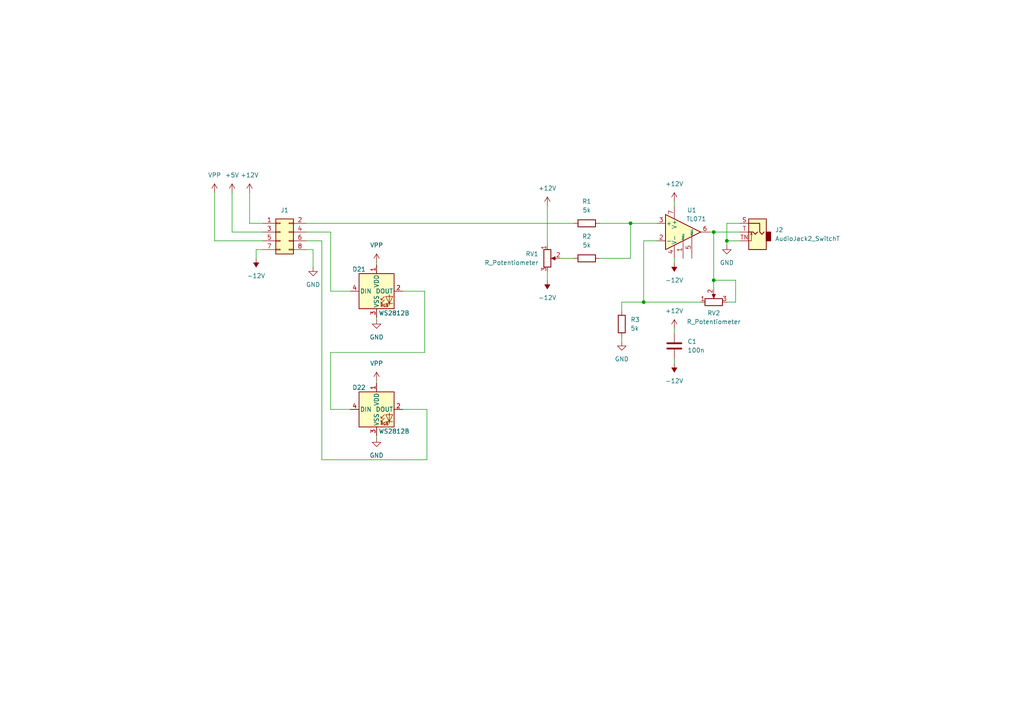
<source format=kicad_sch>
(kicad_sch (version 20211123) (generator eeschema)
  (paper "A4")
  (lib_symbols
    (symbol "Amplifier_Operational:TL071" (pin_names (offset 0.127))
      (property "Reference" "U" (at 0 6.35 0))
      (property "Value" "TL071" (at 0 3.81 0))
      (symbol "TL071_0_1"
        (polyline (pts (xy -5.08 5.08) (xy 5.08 0) (xy -5.08 -5.08) (xy -5.08 5.08)) (stroke (width 0.254)) (fill (type background)))
      )
      (symbol "TL071_1_1"
        (pin input line (at 0 -7.62 90) (length 5.08) (name "NULL") (number "1"))
        (pin input line (at -7.62 -2.54 0) (length 2.54) (name "-") (number "2"))
        (pin input line (at -7.62 2.54 0) (length 2.54) (name "+") (number "3"))
        (pin power_in line (at -2.54 -7.62 90) (length 3.81) (name "V-") (number "4"))
        (pin input line (at 2.54 -7.62 90) (length 6.35) (name "NULL") (number "5"))
        (pin output line (at 7.62 0 180) (length 2.54) (name "~") (number "6"))
        (pin power_in line (at -2.54 7.62 270) (length 3.81) (name "V+") (number "7"))
        (pin no_connect line (at 0 2.54 270) (length 2.54) hide (name "NC") (number "8"))
      )
    )
    (symbol "Connector:AudioJack2_SwitchT"
      (property "Reference" "J" (at 0 8.89 0))
      (property "Value" "AudioJack2_SwitchT" (at 0 6.35 0))
      (symbol "AudioJack2_SwitchT_0_1"
        (rectangle (start -2.54 0) (end -3.81 -2.54) (stroke (width 0.254)) (fill (type outline)))
        (polyline (pts (xy 1.778 -0.254) (xy 2.032 -0.762)))
        (polyline (pts (xy 0 0) (xy 0.635 -0.635) (xy 1.27 0) (xy 2.54 0)) (stroke (width 0.254)))
        (polyline (pts (xy 2.54 -2.54) (xy 1.778 -2.54) (xy 1.778 -0.254) (xy 1.524 -0.762)))
        (polyline (pts (xy 2.54 2.54) (xy -0.635 2.54) (xy -0.635 0) (xy -1.27 -0.635) (xy -1.905 0)) (stroke (width 0.254)))
        (rectangle (start 2.54 3.81) (end -2.54 -5.08) (stroke (width 0.254)) (fill (type background)))
      )
      (symbol "AudioJack2_SwitchT_1_1"
        (pin passive line (at 5.08 2.54 180) (length 2.54) (name "~") (number "S"))
        (pin passive line (at 5.08 0 180) (length 2.54) (name "~") (number "T"))
        (pin passive line (at 5.08 -2.54 180) (length 2.54) (name "~") (number "TN"))
      )
    )
    (symbol "Connector_Generic:Conn_02x04_Odd_Even" (pin_names (offset 1.016) hide)
      (property "Reference" "J" (at 1.27 5.08 0))
      (property "Value" "Conn_02x04_Odd_Even" (at 1.27 -7.62 0))
      (symbol "Conn_02x04_Odd_Even_1_1"
        (rectangle (start -1.27 -4.953) (end 0 -5.207) (stroke (width 0.1524)))
        (rectangle (start -1.27 -2.413) (end 0 -2.667) (stroke (width 0.1524)))
        (rectangle (start -1.27 0.127) (end 0 -0.127) (stroke (width 0.1524)))
        (rectangle (start -1.27 2.667) (end 0 2.413) (stroke (width 0.1524)))
        (rectangle (start -1.27 3.81) (end 3.81 -6.35) (stroke (width 0.254)) (fill (type background)))
        (rectangle (start 3.81 -4.953) (end 2.54 -5.207) (stroke (width 0.1524)))
        (rectangle (start 3.81 -2.413) (end 2.54 -2.667) (stroke (width 0.1524)))
        (rectangle (start 3.81 0.127) (end 2.54 -0.127) (stroke (width 0.1524)))
        (rectangle (start 3.81 2.667) (end 2.54 2.413) (stroke (width 0.1524)))
        (pin passive line (at -5.08 2.54 0) (length 3.81) (name "Pin_1") (number "1"))
        (pin passive line (at 7.62 2.54 180) (length 3.81) (name "Pin_2") (number "2"))
        (pin passive line (at -5.08 0 0) (length 3.81) (name "Pin_3") (number "3"))
        (pin passive line (at 7.62 0 180) (length 3.81) (name "Pin_4") (number "4"))
        (pin passive line (at -5.08 -2.54 0) (length 3.81) (name "Pin_5") (number "5"))
        (pin passive line (at 7.62 -2.54 180) (length 3.81) (name "Pin_6") (number "6"))
        (pin passive line (at -5.08 -5.08 0) (length 3.81) (name "Pin_7") (number "7"))
        (pin passive line (at 7.62 -5.08 180) (length 3.81) (name "Pin_8") (number "8"))
      )
    )
    (symbol "Device:C" (pin_numbers hide) (pin_names (offset 0.254))
      (property "Reference" "C" (at 0.635 2.54 0))
      (property "Value" "C" (at 0.635 -2.54 0))
      (symbol "C_0_1"
        (polyline (pts (xy -2.032 -0.762) (xy 2.032 -0.762)) (stroke (width 0.508)))
        (polyline (pts (xy -2.032 0.762) (xy 2.032 0.762)) (stroke (width 0.508)))
      )
      (symbol "C_1_1"
        (pin passive line (at 0 3.81 270) (length 2.794) (name "~") (number "1"))
        (pin passive line (at 0 -3.81 90) (length 2.794) (name "~") (number "2"))
      )
    )
    (symbol "Device:R" (pin_numbers hide) (pin_names (offset 0))
      (property "Reference" "R" (at 2.032 0 90))
      (property "Value" "R" (at 0 0 90))
      (symbol "R_0_1"
        (rectangle (start -1.016 -2.54) (end 1.016 2.54) (stroke (width 0.254)))
      )
      (symbol "R_1_1"
        (pin passive line (at 0 3.81 270) (length 1.27) (name "~") (number "1"))
        (pin passive line (at 0 -3.81 90) (length 1.27) (name "~") (number "2"))
      )
    )
    (symbol "Device:R_Potentiometer" (pin_names (offset 1.016) hide)
      (property "Reference" "RV" (at -4.445 0 90))
      (property "Value" "R_Potentiometer" (at -2.54 0 90))
      (symbol "R_Potentiometer_0_1"
        (polyline (pts (xy 2.54 0) (xy 1.524 0)))
        (polyline (pts (xy 1.143 0) (xy 2.286 0.508) (xy 2.286 -0.508) (xy 1.143 0)) (fill (type outline)))
        (rectangle (start 1.016 2.54) (end -1.016 -2.54) (stroke (width 0.254)))
      )
      (symbol "R_Potentiometer_1_1"
        (pin passive line (at 0 3.81 270) (length 1.27) (name "1") (number "1"))
        (pin passive line (at 3.81 0 180) (length 1.27) (name "2") (number "2"))
        (pin passive line (at 0 -3.81 90) (length 1.27) (name "3") (number "3"))
      )
    )
    (symbol "LED:WS2812B" (pin_names (offset 0.254))
      (property "Reference" "D" (at 5.08 5.715 0))
      (property "Value" "WS2812B" (at 1.27 -5.715 0))
      (symbol "WS2812B_0_0"
        (text "RGB" (at 2.286 -4.191 0) (effects (font (size 0.762 0.762))))
      )
      (symbol "WS2812B_0_1"
        (polyline (pts (xy 1.27 -3.556) (xy 1.778 -3.556)))
        (polyline (pts (xy 1.27 -2.54) (xy 1.778 -2.54)))
        (polyline (pts (xy 4.699 -3.556) (xy 2.667 -3.556)))
        (polyline (pts (xy 2.286 -2.54) (xy 1.27 -3.556) (xy 1.27 -3.048)))
        (polyline (pts (xy 2.286 -1.524) (xy 1.27 -2.54) (xy 1.27 -2.032)))
        (polyline (pts (xy 3.683 -1.016) (xy 3.683 -3.556) (xy 3.683 -4.064)))
        (polyline (pts (xy 4.699 -1.524) (xy 2.667 -1.524) (xy 3.683 -3.556) (xy 4.699 -1.524)))
        (rectangle (start 5.08 5.08) (end -5.08 -5.08) (stroke (width 0.254)) (fill (type background)))
      )
      (symbol "WS2812B_1_1"
        (pin power_in line (at 0 7.62 270) (length 2.54) (name "VDD") (number "1"))
        (pin output line (at 7.62 0 180) (length 2.54) (name "DOUT") (number "2"))
        (pin power_in line (at 0 -7.62 90) (length 2.54) (name "VSS") (number "3"))
        (pin input line (at -7.62 0 0) (length 2.54) (name "DIN") (number "4"))
      )
    )
    (symbol "power:+12V" (power) (pin_names (offset 0))
      (property "Value" "+12V" (at 0 3.556 0))
      (symbol "+12V_0_1"
        (polyline (pts (xy -0.762 1.27) (xy 0 2.54)))
        (polyline (pts (xy 0 0) (xy 0 2.54)))
        (polyline (pts (xy 0 2.54) (xy 0.762 1.27)))
      )
      (symbol "+12V_1_1"
        (pin power_in line (at 0 0 90) (length 0) hide (name "+12V") (number "1"))
      )
    )
    (symbol "power:+5V" (power) (pin_names (offset 0))
      (property "Value" "+5V" (at 0 3.556 0))
      (symbol "+5V_0_1"
        (polyline (pts (xy -0.762 1.27) (xy 0 2.54)))
        (polyline (pts (xy 0 0) (xy 0 2.54)))
        (polyline (pts (xy 0 2.54) (xy 0.762 1.27)))
      )
      (symbol "+5V_1_1"
        (pin power_in line (at 0 0 90) (length 0) hide (name "+5V") (number "1"))
      )
    )
    (symbol "power:-12V" (power) (pin_names (offset 0))
      (property "Value" "-12V" (at 0 3.81 0))
      (symbol "-12V_0_0"
        (pin power_in line (at 0 0 90) (length 0) hide (name "-12V") (number "1"))
      )
      (symbol "-12V_0_1"
        (polyline (pts (xy 0 0) (xy 0 1.27) (xy 0.762 1.27) (xy 0 2.54) (xy -0.762 1.27) (xy 0 1.27)) (fill (type outline)))
      )
    )
    (symbol "power:GND" (power) (pin_names (offset 0))
      (property "Value" "GND" (at 0 -3.81 0))
      (symbol "GND_0_1"
        (polyline (pts (xy 0 0) (xy 0 -1.27) (xy 1.27 -1.27) (xy 0 -2.54) (xy -1.27 -1.27) (xy 0 -1.27)))
      )
      (symbol "GND_1_1"
        (pin power_in line (at 0 0 270) (length 0) hide (name "GND") (number "1"))
      )
    )
    (symbol "power:VPP" (power) (pin_names (offset 0))
      (property "Value" "VPP" (at 0 3.81 0))
      (symbol "VPP_0_1"
        (polyline (pts (xy -0.762 1.27) (xy 0 2.54)))
        (polyline (pts (xy 0 0) (xy 0 2.54)))
        (polyline (pts (xy 0 2.54) (xy 0.762 1.27)))
      )
      (symbol "VPP_1_1"
        (pin power_in line (at 0 0 90) (length 0) hide (name "VPP") (number "1"))
      )
    )
  )
  (junction (at 186.69 87.63))
  (junction (at 210.82 69.85))
  (junction (at 207.01 67.31))
  (junction (at 207.01 81.28))
  (junction (at 182.88 64.77))
  (wire (pts (xy 95.885 84.455) (xy 101.6 84.455)))
  (wire (pts (xy 186.69 69.85) (xy 190.5 69.85)))
  (wire (pts (xy 95.885 102.235) (xy 95.885 118.745)))
  (wire (pts (xy 95.885 67.31) (xy 95.885 84.455)))
  (wire (pts (xy 88.9 72.39) (xy 90.805 72.39)))
  (wire (pts (xy 116.84 84.455) (xy 123.19 84.455)))
  (wire (pts (xy 93.345 69.85) (xy 88.9 69.85)))
  (wire (pts (xy 186.69 87.63) (xy 203.2 87.63)))
  (wire (pts (xy 173.99 74.93) (xy 182.88 74.93)))
  (wire (pts (xy 109.22 127) (xy 109.22 126.365)))
  (wire (pts (xy 90.805 72.39) (xy 90.805 77.47)))
  (wire (pts (xy 214.63 64.77) (xy 210.82 64.77)))
  (wire (pts (xy 210.82 87.63) (xy 213.36 87.63)))
  (wire (pts (xy 67.31 55.88) (xy 67.31 67.31)))
  (wire (pts (xy 213.36 87.63) (xy 213.36 81.28)))
  (wire (pts (xy 123.19 84.455) (xy 123.19 102.235)))
  (wire (pts (xy 207.01 83.82) (xy 207.01 81.28)))
  (wire (pts (xy 109.22 76.2) (xy 109.22 76.835)))
  (wire (pts (xy 158.75 59.69) (xy 158.75 71.12)))
  (wire (pts (xy 95.885 118.745) (xy 101.6 118.745)))
  (wire (pts (xy 116.84 118.745) (xy 123.825 118.745)))
  (wire (pts (xy 109.22 92.71) (xy 109.22 92.075)))
  (wire (pts (xy 173.99 64.77) (xy 182.88 64.77)))
  (wire (pts (xy 67.31 67.31) (xy 76.2 67.31)))
  (wire (pts (xy 182.88 74.93) (xy 182.88 64.77)))
  (wire (pts (xy 93.345 133.35) (xy 93.345 69.85)))
  (wire (pts (xy 195.58 96.52) (xy 195.58 95.25)))
  (wire (pts (xy 123.19 102.235) (xy 95.885 102.235)))
  (wire (pts (xy 109.22 110.49) (xy 109.22 111.125)))
  (wire (pts (xy 207.01 81.28) (xy 207.01 67.31)))
  (wire (pts (xy 213.36 81.28) (xy 207.01 81.28)))
  (wire (pts (xy 205.74 67.31) (xy 207.01 67.31)))
  (wire (pts (xy 76.2 69.85) (xy 62.23 69.85)))
  (wire (pts (xy 88.9 67.31) (xy 95.885 67.31)))
  (wire (pts (xy 186.69 87.63) (xy 186.69 69.85)))
  (wire (pts (xy 74.295 72.39) (xy 74.295 74.93)))
  (wire (pts (xy 180.34 97.79) (xy 180.34 99.06)))
  (wire (pts (xy 88.9 64.77) (xy 166.37 64.77)))
  (wire (pts (xy 207.01 67.31) (xy 214.63 67.31)))
  (wire (pts (xy 195.58 104.14) (xy 195.58 105.41)))
  (wire (pts (xy 210.82 69.85) (xy 210.82 71.12)))
  (wire (pts (xy 195.58 74.93) (xy 195.58 76.2)))
  (wire (pts (xy 195.58 58.42) (xy 195.58 59.69)))
  (wire (pts (xy 180.34 90.17) (xy 180.34 87.63)))
  (wire (pts (xy 62.23 69.85) (xy 62.23 55.88)))
  (wire (pts (xy 162.56 74.93) (xy 166.37 74.93)))
  (wire (pts (xy 182.88 64.77) (xy 190.5 64.77)))
  (wire (pts (xy 123.825 133.35) (xy 93.345 133.35)))
  (wire (pts (xy 72.39 55.88) (xy 72.39 64.77)))
  (wire (pts (xy 210.82 69.85) (xy 214.63 69.85)))
  (wire (pts (xy 186.69 87.63) (xy 180.34 87.63)))
  (wire (pts (xy 123.825 118.745) (xy 123.825 133.35)))
  (wire (pts (xy 76.2 64.77) (xy 72.39 64.77)))
  (wire (pts (xy 158.75 78.74) (xy 158.75 81.28)))
  (wire (pts (xy 210.82 64.77) (xy 210.82 69.85)))
  (wire (pts (xy 76.2 72.39) (xy 74.295 72.39)))
  (symbol (lib_id "power:GND") (at 210.82 71.12 0) (unit 1)
    (property "Reference" "#PWR013" (effects hide))
    (property "Value" "GND" (at 210.82 76.2 0))
  )
  (symbol (lib_id "power:GND") (at 90.805 77.47 0) (mirror y) (unit 1)
    (property "Reference" "#PWR04" (effects hide))
    (property "Value" "GND" (at 90.805 82.55 0))
  )
  (symbol (lib_id "Device:R_Potentiometer") (at 158.75 74.93 0) (unit 1)
    (property "Reference" "RV1" (at 156.21 73.6599 0) (effects (justify right)))
    (property "Value" "R_Potentiometer" (at 156.21 76.1999 0) (effects (justify right)))
    (property "Footprint" "Potentiometer_THT:Potentiometer_Alpha_RD901F-40-00D_Single_Vertical_CircularHoles" (effects hide))
  )
  (symbol (lib_id "Amplifier_Operational:TL071") (at 198.12 67.31 0) (unit 1)
    (property "Reference" "U1" (at 200.66 60.96 0))
    (property "Value" "TL071" (at 201.93 63.5 0))
    (property "Footprint" "Package_SO:SOIC-8_3.9x4.9mm_P1.27mm" (effects hide))
    (property "Datasheet" "http://www.ti.com/lit/ds/symlink/tl071.pdf" (effects hide))
  )
  (symbol (lib_id "power:+5V") (at 67.31 55.88 0) (mirror y) (unit 1)
    (property "Reference" "#PWR03" (effects hide))
    (property "Value" "+5V" (at 67.31 50.8 0))
  )
  (symbol (lib_id "Device:R_Potentiometer") (at 207.01 87.63 90) (unit 1)
    (property "Reference" "RV2" (at 207.01 90.805 90))
    (property "Value" "R_Potentiometer" (at 207.01 93.345 90))
    (property "Footprint" "Potentiometer_THT:Potentiometer_Alpha_RD901F-40-00D_Single_Vertical_CircularHoles" (effects hide))
  )
  (symbol (lib_id "power:+12V") (at 195.58 58.42 0) (unit 1)
    (property "Reference" "#PWR09" (effects hide))
    (property "Value" "+12V" (at 195.58 53.34 0))
  )
  (symbol (lib_id "Device:R") (at 170.18 64.77 90) (unit 1)
    (property "Reference" "R1" (at 170.18 58.42 90))
    (property "Value" "5k" (at 170.18 60.96 90))
    (property "Footprint" "Resistor_SMD:R_1206_3216Metric_Pad1.30x1.75mm_HandSolder" (effects hide))
  )
  (symbol (lib_id "LED:WS2812B") (at 109.22 118.745 0) (unit 1)
    (property "Reference" "D22" (at 104.14 112.395 0))
    (property "Value" "WS2812B" (at 114.3 125.095 0))
    (property "Footprint" "LED_SMD:LED_WS2812B_PLCC4_5.0x5.0mm_P3.2mm" (effects hide))
    (property "Datasheet" "https://cdn-shop.adafruit.com/datasheets/WS2812B.pdf" (effects hide))
  )
  (symbol (lib_id "power:+12V") (at 195.58 95.25 0) (unit 1)
    (property "Reference" "#PWR011" (effects hide))
    (property "Value" "+12V" (at 195.58 90.17 0))
  )
  (symbol (lib_id "power:VPP") (at 62.23 55.88 0) (unit 1)
    (property "Reference" "#PWR0108" (effects hide))
    (property "Value" "VPP" (at 62.23 50.8 0))
  )
  (symbol (lib_id "Connector:AudioJack2_SwitchT") (at 219.71 67.31 0) (mirror y) (unit 1)
    (property "Reference" "J2" (at 224.79 66.6749 0) (effects (justify right)))
    (property "Value" "AudioJack2_SwitchT" (at 224.79 69.2149 0) (effects (justify right)))
    (property "Footprint" "Connector_Audio:Jack_3.5mm_QingPu_WQP-PJ398SM_Vertical_CircularHoles" (effects hide))
  )
  (symbol (lib_id "power:-12V") (at 195.58 76.2 180) (unit 1)
    (property "Reference" "#PWR010" (effects hide))
    (property "Value" "-12V" (at 195.58 81.28 0))
  )
  (symbol (lib_id "power:-12V") (at 158.75 81.28 180) (unit 1)
    (property "Reference" "#PWR07" (effects hide))
    (property "Value" "-12V" (at 158.75 86.36 0))
  )
  (symbol (lib_id "power:GND") (at 109.22 127 0) (mirror y) (unit 1)
    (property "Reference" "#PWR0119" (effects hide))
    (property "Value" "GND" (at 109.22 132.08 0))
  )
  (symbol (lib_id "Connector_Generic:Conn_02x04_Odd_Even") (at 81.28 67.31 0) (unit 1)
    (property "Reference" "J1" (at 82.55 60.96 0))
    (property "Value" "Conn_02x04_Odd_Even" (effects hide))
    (property "Footprint" "Connector_PinHeader_2.54mm:PinHeader_2x04_P2.54mm_Vertical" (effects hide))
  )
  (symbol (lib_id "power:VPP") (at 109.22 110.49 0) (unit 1)
    (property "Reference" "#PWR0115" (effects hide))
    (property "Value" "VPP" (at 109.22 105.41 0))
  )
  (symbol (lib_id "power:-12V") (at 74.295 74.93 0) (mirror x) (unit 1)
    (property "Reference" "#PWR02" (effects hide))
    (property "Value" "-12V" (at 74.295 80.01 0))
  )
  (symbol (lib_id "Device:C") (at 195.58 100.33 0) (unit 1)
    (property "Reference" "C1" (at 199.39 99.0599 0) (effects (justify left)))
    (property "Value" "100n" (at 199.39 101.5999 0) (effects (justify left)))
    (property "Footprint" "Capacitor_SMD:C_1206_3216Metric_Pad1.33x1.80mm_HandSolder" (effects hide))
  )
  (symbol (lib_id "LED:WS2812B") (at 109.22 84.455 0) (unit 1)
    (property "Reference" "D21" (at 104.14 78.105 0))
    (property "Value" "WS2812B" (at 114.3 90.805 0))
    (property "Footprint" "LED_SMD:LED_WS2812B_PLCC4_5.0x5.0mm_P3.2mm" (effects hide))
    (property "Datasheet" "https://cdn-shop.adafruit.com/datasheets/WS2812B.pdf" (effects hide))
  )
  (symbol (lib_id "power:+12V") (at 72.39 55.88 0) (mirror y) (unit 1)
    (property "Reference" "#PWR01" (effects hide))
    (property "Value" "+12V" (at 72.39 50.8 0))
  )
  (symbol (lib_id "Device:R") (at 170.18 74.93 90) (unit 1)
    (property "Reference" "R2" (at 170.18 68.58 90))
    (property "Value" "5k" (at 170.18 71.12 90))
    (property "Footprint" "Resistor_SMD:R_1206_3216Metric_Pad1.30x1.75mm_HandSolder" (effects hide))
  )
  (symbol (lib_id "power:-12V") (at 195.58 105.41 180) (unit 1)
    (property "Reference" "#PWR012" (effects hide))
    (property "Value" "-12V" (at 195.58 110.49 0))
  )
  (symbol (lib_id "power:VPP") (at 109.22 76.2 0) (unit 1)
    (property "Reference" "#PWR0106" (effects hide))
    (property "Value" "VPP" (at 109.22 71.12 0))
  )
  (symbol (lib_id "power:GND") (at 180.34 99.06 0) (mirror y) (unit 1)
    (property "Reference" "#PWR08" (effects hide))
    (property "Value" "GND" (at 180.34 104.14 0))
  )
  (symbol (lib_id "power:GND") (at 109.22 92.71 0) (mirror y) (unit 1)
    (property "Reference" "#PWR0111" (effects hide))
    (property "Value" "GND" (at 109.22 97.79 0))
  )
  (symbol (lib_id "Device:R") (at 180.34 93.98 0) (unit 1)
    (property "Reference" "R3" (at 182.88 92.7099 0) (effects (justify left)))
    (property "Value" "5k" (at 182.88 95.2499 0) (effects (justify left)))
    (property "Footprint" "Resistor_SMD:R_1206_3216Metric_Pad1.30x1.75mm_HandSolder" (effects hide))
  )
  (symbol (lib_id "power:+12V") (at 158.75 59.69 0) (unit 1)
    (property "Reference" "#PWR06" (effects hide))
    (property "Value" "+12V" (at 158.75 54.61 0))
  )
)
</source>
